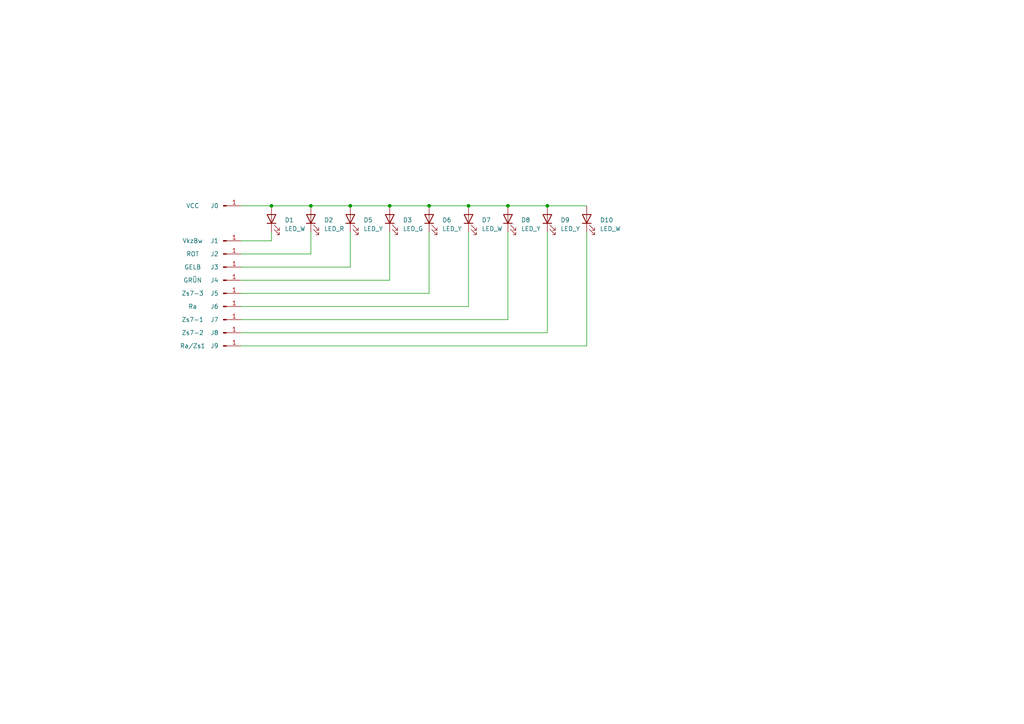
<source format=kicad_sch>
(kicad_sch (version 20211123) (generator eeschema)
  (paper "A4")
  (lib_symbols
    (symbol "Connector:Conn_01x01_Male" (pin_names (offset 1.016) hide)
      (property "Reference" "J" (at 0 2.54 0))
      (property "Value" "Conn_01x01_Male" (at 0 -2.54 0))
      (symbol "Conn_01x01_Male_1_1"
        (polyline (pts (xy 1.27 0) (xy 0.8636 0)) (stroke (width 0.1524)))
        (rectangle (start 0.8636 0.127) (end 0 -0.127) (stroke (width 0.1524)) (fill (type outline)))
        (pin passive line (at 5.08 0 180) (length 3.81) (name "Pin_1") (number "1"))
      )
    )
    (symbol "Device:LED" (pin_numbers hide) (pin_names (offset 1.016) hide)
      (property "Reference" "D" (at 0 2.54 0))
      (property "Value" "LED" (at 0 -2.54 0))
      (symbol "LED_0_1"
        (polyline (pts (xy -1.27 -1.27) (xy -1.27 1.27)) (stroke (width 0.254)))
        (polyline (pts (xy -1.27 0) (xy 1.27 0)))
        (polyline (pts (xy 1.27 -1.27) (xy 1.27 1.27) (xy -1.27 0) (xy 1.27 -1.27)) (stroke (width 0.254)))
        (polyline (pts (xy -3.048 -0.762) (xy -4.572 -2.286) (xy -3.81 -2.286) (xy -4.572 -2.286) (xy -4.572 -1.524)))
        (polyline (pts (xy -1.778 -0.762) (xy -3.302 -2.286) (xy -2.54 -2.286) (xy -3.302 -2.286) (xy -3.302 -1.524)))
      )
      (symbol "LED_1_1"
        (pin passive line (at -3.81 0 0) (length 2.54) (name "K") (number "1"))
        (pin passive line (at 3.81 0 180) (length 2.54) (name "A") (number "2"))
      )
    )
  )
  (junction (at 113.03 59.69))
  (junction (at 78.74 59.69))
  (junction (at 147.32 59.69))
  (junction (at 158.75 59.69))
  (junction (at 135.89 59.69))
  (junction (at 124.46 59.69))
  (junction (at 90.17 59.69))
  (junction (at 101.6 59.69))
  (wire (pts (xy 124.46 59.69) (xy 135.89 59.69)))
  (wire (pts (xy 158.75 96.52) (xy 69.85 96.52)))
  (wire (pts (xy 113.03 59.69) (xy 124.46 59.69)))
  (wire (pts (xy 69.85 69.85) (xy 78.74 69.85)))
  (wire (pts (xy 90.17 73.66) (xy 69.85 73.66)))
  (wire (pts (xy 101.6 67.31) (xy 101.6 77.47)))
  (wire (pts (xy 158.75 67.31) (xy 158.75 96.52)))
  (wire (pts (xy 147.32 92.71) (xy 69.85 92.71)))
  (wire (pts (xy 135.89 88.9) (xy 69.85 88.9)))
  (wire (pts (xy 90.17 67.31) (xy 90.17 73.66)))
  (wire (pts (xy 113.03 67.31) (xy 113.03 81.28)))
  (wire (pts (xy 101.6 59.69) (xy 113.03 59.69)))
  (wire (pts (xy 101.6 77.47) (xy 69.85 77.47)))
  (wire (pts (xy 69.85 59.69) (xy 78.74 59.69)))
  (wire (pts (xy 135.89 67.31) (xy 135.89 88.9)))
  (wire (pts (xy 124.46 67.31) (xy 124.46 85.09)))
  (wire (pts (xy 158.75 59.69) (xy 170.18 59.69)))
  (wire (pts (xy 170.18 100.33) (xy 69.85 100.33)))
  (wire (pts (xy 90.17 59.69) (xy 101.6 59.69)))
  (wire (pts (xy 135.89 59.69) (xy 147.32 59.69)))
  (wire (pts (xy 113.03 81.28) (xy 69.85 81.28)))
  (wire (pts (xy 147.32 59.69) (xy 158.75 59.69)))
  (wire (pts (xy 170.18 67.31) (xy 170.18 100.33)))
  (wire (pts (xy 147.32 67.31) (xy 147.32 92.71)))
  (wire (pts (xy 78.74 67.31) (xy 78.74 69.85)))
  (wire (pts (xy 78.74 59.69) (xy 90.17 59.69)))
  (wire (pts (xy 124.46 85.09) (xy 69.85 85.09)))
  (symbol (lib_id "Device:LED") (at 147.32 63.5 90) (unit 1)
    (property "Reference" "D8" (at 151.13 63.8174 90) (effects (justify right)))
    (property "Value" "LED_Y" (at 151.13 66.3574 90) (effects (justify right)))
    (property "Footprint" "LED_SMD:LED_0402_1005Metric" (effects hide))
  )
  (symbol (lib_id "Device:LED") (at 124.46 63.5 90) (unit 1)
    (property "Reference" "D6" (at 128.27 63.8174 90) (effects (justify right)))
    (property "Value" "LED_Y" (at 128.27 66.3574 90) (effects (justify right)))
    (property "Footprint" "LED_SMD:LED_0402_1005Metric" (effects hide))
  )
  (symbol (lib_id "Device:LED") (at 170.18 63.5 90) (unit 1)
    (property "Reference" "D10" (at 173.99 63.8174 90) (effects (justify right)))
    (property "Value" "LED_W" (at 173.99 66.3574 90) (effects (justify right)))
    (property "Footprint" "LED_SMD:LED_0402_1005Metric" (effects hide))
  )
  (symbol (lib_id "Connector:Conn_01x01_Male") (at 64.77 100.33 0) (unit 1) (in_bom no)
    (property "Reference" "J9" (at 62.23 100.33 0))
    (property "Value" "Ra/Zs1" (at 55.88 100.33 0))
    (property "Footprint" "Connector_Wire:SolderWirePad_1x01_SMD_1x2mm" (effects hide))
  )
  (symbol (lib_id "Connector:Conn_01x01_Male") (at 64.77 92.71 0) (unit 1) (in_bom no)
    (property "Reference" "J7" (at 62.23 92.71 0))
    (property "Value" "Zs7-1" (at 55.88 92.71 0))
    (property "Footprint" "Connector_Wire:SolderWirePad_1x01_SMD_1x2mm" (effects hide))
  )
  (symbol (lib_id "Device:LED") (at 158.75 63.5 90) (unit 1)
    (property "Reference" "D9" (at 162.56 63.8174 90) (effects (justify right)))
    (property "Value" "LED_Y" (at 162.56 66.3574 90) (effects (justify right)))
    (property "Footprint" "LED_SMD:LED_0402_1005Metric" (effects hide))
  )
  (symbol (lib_id "Connector:Conn_01x01_Male") (at 64.77 96.52 0) (unit 1) (in_bom no)
    (property "Reference" "J8" (at 62.23 96.52 0))
    (property "Value" "Zs7-2" (at 55.88 96.52 0))
    (property "Footprint" "Connector_Wire:SolderWirePad_1x01_SMD_1x2mm" (effects hide))
  )
  (symbol (lib_id "Connector:Conn_01x01_Male") (at 64.77 69.85 0) (unit 1) (in_bom no)
    (property "Reference" "J1" (at 62.23 69.85 0))
    (property "Value" "VkzBw" (at 55.88 69.85 0))
    (property "Footprint" "Connector_Wire:SolderWirePad_1x01_SMD_1x2mm" (effects hide))
  )
  (symbol (lib_id "Device:LED") (at 101.6 63.5 90) (unit 1)
    (property "Reference" "D5" (at 105.41 63.8174 90) (effects (justify right)))
    (property "Value" "LED_Y" (at 105.41 66.3574 90) (effects (justify right)))
    (property "Footprint" "LED_SMD:LED_0402_1005Metric" (effects hide))
  )
  (symbol (lib_id "Device:LED") (at 78.74 63.5 90) (unit 1)
    (property "Reference" "D1" (at 82.55 63.8174 90) (effects (justify right)))
    (property "Value" "LED_W" (at 82.55 66.3574 90) (effects (justify right)))
    (property "Footprint" "LED_SMD:LED_0402_1005Metric" (effects hide))
  )
  (symbol (lib_id "Connector:Conn_01x01_Male") (at 64.77 88.9 0) (unit 1) (in_bom no)
    (property "Reference" "J6" (at 62.23 88.9 0))
    (property "Value" "Ra" (at 55.88 88.9 0))
    (property "Footprint" "Connector_Wire:SolderWirePad_1x01_SMD_1x2mm" (effects hide))
  )
  (symbol (lib_id "Connector:Conn_01x01_Male") (at 64.77 59.69 0) (unit 1) (in_bom no)
    (property "Reference" "J0" (at 62.23 59.69 0))
    (property "Value" "VCC" (at 55.88 59.69 0))
    (property "Footprint" "Connector_Wire:SolderWirePad_1x01_SMD_1x2mm" (effects hide))
  )
  (symbol (lib_id "Connector:Conn_01x01_Male") (at 64.77 77.47 0) (unit 1) (in_bom no)
    (property "Reference" "J3" (at 62.23 77.47 0))
    (property "Value" "GELB" (at 55.88 77.47 0))
    (property "Footprint" "Connector_Wire:SolderWirePad_1x01_SMD_1x2mm" (effects hide))
  )
  (symbol (lib_id "Device:LED") (at 113.03 63.5 90) (unit 1)
    (property "Reference" "D3" (at 116.84 63.8174 90) (effects (justify right)))
    (property "Value" "LED_G" (at 116.84 66.3574 90) (effects (justify right)))
    (property "Footprint" "LED_SMD:LED_0402_1005Metric" (effects hide))
  )
  (symbol (lib_id "Device:LED") (at 135.89 63.5 90) (unit 1)
    (property "Reference" "D7" (at 139.7 63.8174 90) (effects (justify right)))
    (property "Value" "LED_W" (at 139.7 66.3574 90) (effects (justify right)))
    (property "Footprint" "LED_SMD:LED_0402_1005Metric" (effects hide))
  )
  (symbol (lib_id "Connector:Conn_01x01_Male") (at 64.77 81.28 0) (unit 1) (in_bom no)
    (property "Reference" "J4" (at 62.23 81.28 0))
    (property "Value" "GRÜN" (at 55.88 81.28 0))
    (property "Footprint" "Connector_Wire:SolderWirePad_1x01_SMD_1x2mm" (effects hide))
  )
  (symbol (lib_id "Connector:Conn_01x01_Male") (at 64.77 85.09 0) (unit 1) (in_bom no)
    (property "Reference" "J5" (at 62.23 85.09 0))
    (property "Value" "Zs7-3" (at 55.88 85.09 0))
    (property "Footprint" "Connector_Wire:SolderWirePad_1x01_SMD_1x2mm" (effects hide))
  )
  (symbol (lib_id "Connector:Conn_01x01_Male") (at 64.77 73.66 0) (unit 1) (in_bom no)
    (property "Reference" "J2" (at 62.23 73.66 0))
    (property "Value" "ROT" (at 55.88 73.66 0))
    (property "Footprint" "Connector_Wire:SolderWirePad_1x01_SMD_1x2mm" (effects hide))
  )
  (symbol (lib_id "Device:LED") (at 90.17 63.5 90) (unit 1)
    (property "Reference" "D2" (at 93.98 63.8174 90) (effects (justify right)))
    (property "Value" "LED_R" (at 93.98 66.3574 90) (effects (justify right)))
    (property "Footprint" "LED_SMD:LED_0402_1005Metric" (effects hide))
  )
)
</source>
